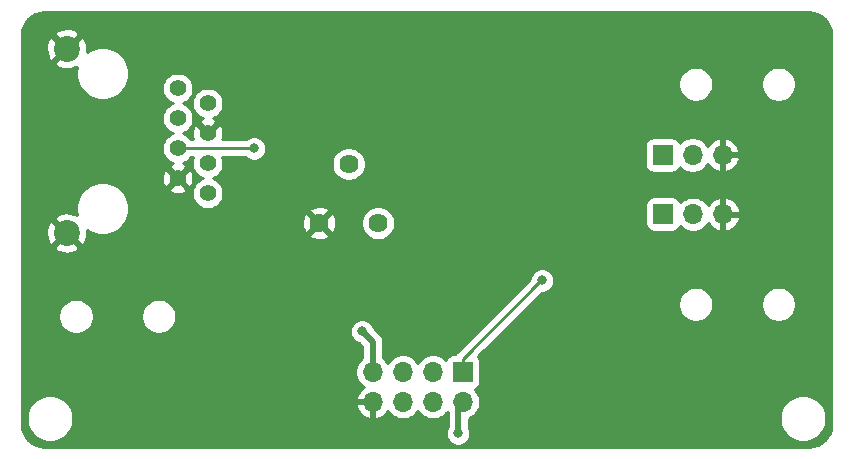
<source format=gbr>
G04 #@! TF.GenerationSoftware,KiCad,Pcbnew,5.1.5-52549c5~86~ubuntu18.04.1*
G04 #@! TF.CreationDate,2020-05-17T18:14:26-04:00*
G04 #@! TF.ProjectId,ft-891-Audio_Interface,66742d38-3931-42d4-9175-64696f5f496e,rev?*
G04 #@! TF.SameCoordinates,Original*
G04 #@! TF.FileFunction,Copper,L2,Bot*
G04 #@! TF.FilePolarity,Positive*
%FSLAX46Y46*%
G04 Gerber Fmt 4.6, Leading zero omitted, Abs format (unit mm)*
G04 Created by KiCad (PCBNEW 5.1.5-52549c5~86~ubuntu18.04.1) date 2020-05-17 18:14:26*
%MOMM*%
%LPD*%
G04 APERTURE LIST*
%ADD10R,1.700000X1.700000*%
%ADD11O,1.700000X1.700000*%
%ADD12C,2.200000*%
%ADD13C,1.400000*%
%ADD14C,1.620000*%
%ADD15C,0.800000*%
%ADD16C,0.508000*%
%ADD17C,0.254000*%
G04 APERTURE END LIST*
D10*
X149165200Y-101554000D03*
D11*
X151705200Y-101554000D03*
X154245200Y-101554000D03*
D10*
X132219200Y-114920000D03*
D11*
X132219200Y-117460000D03*
X129679200Y-114920000D03*
X129679200Y-117460000D03*
X127139200Y-114920000D03*
X127139200Y-117460000D03*
X124599200Y-114920000D03*
X124599200Y-117460000D03*
D12*
X98669200Y-87551680D03*
X98669200Y-103161680D03*
D13*
X110609200Y-99801680D03*
X108069200Y-98531680D03*
X110609200Y-97261680D03*
X108069200Y-95991680D03*
X110609200Y-94721680D03*
X108069200Y-93451680D03*
X108069200Y-90911680D03*
X110609200Y-92181680D03*
D14*
X120045200Y-102324000D03*
X122545200Y-97324000D03*
X125045200Y-102324000D03*
D10*
X149125200Y-96554000D03*
D11*
X151665200Y-96554000D03*
X154205200Y-96554000D03*
D15*
X123682760Y-111485680D03*
X161782760Y-89641680D03*
X157972760Y-105643680D03*
X100314760Y-114787680D03*
X113522760Y-118089680D03*
X121142760Y-112247680D03*
X138922760Y-107167680D03*
X114538760Y-95991680D03*
X131810760Y-120121680D03*
D16*
X124599200Y-114920000D02*
X124599200Y-112402120D01*
X124599200Y-112402120D02*
X123682760Y-111485680D01*
D17*
X138867520Y-107167680D02*
X138922760Y-107167680D01*
X132219200Y-114920000D02*
X132219200Y-113816000D01*
X132219200Y-113816000D02*
X138867520Y-107167680D01*
X108069200Y-95991680D02*
X114538760Y-95991680D01*
D16*
X131810760Y-117868440D02*
X132219200Y-117460000D01*
X131810760Y-120121680D02*
X131810760Y-117868440D01*
D17*
G36*
X161893305Y-84498589D02*
G01*
X162243968Y-84604460D01*
X162567385Y-84776424D01*
X162851244Y-85007934D01*
X163084725Y-85290166D01*
X163258943Y-85612375D01*
X163367262Y-85962294D01*
X163408761Y-86357132D01*
X163408760Y-119327401D01*
X163369851Y-119724225D01*
X163263980Y-120074886D01*
X163092017Y-120398303D01*
X162860508Y-120682162D01*
X162578274Y-120915645D01*
X162256064Y-121089864D01*
X161906145Y-121198182D01*
X161511317Y-121239680D01*
X96791039Y-121239680D01*
X96394215Y-121200771D01*
X96043554Y-121094900D01*
X95720137Y-120922937D01*
X95436278Y-120691428D01*
X95202795Y-120409194D01*
X95028576Y-120086984D01*
X94920258Y-119737065D01*
X94878760Y-119342237D01*
X94878760Y-118656175D01*
X95281760Y-118656175D01*
X95281760Y-119047185D01*
X95358042Y-119430683D01*
X95507675Y-119791930D01*
X95724909Y-120117044D01*
X96001396Y-120393531D01*
X96326510Y-120610765D01*
X96687757Y-120760398D01*
X97071255Y-120836680D01*
X97462265Y-120836680D01*
X97845763Y-120760398D01*
X98207010Y-120610765D01*
X98532124Y-120393531D01*
X98808611Y-120117044D01*
X99025845Y-119791930D01*
X99175478Y-119430683D01*
X99251760Y-119047185D01*
X99251760Y-118656175D01*
X99175478Y-118272677D01*
X99025845Y-117911430D01*
X98962677Y-117816891D01*
X123157719Y-117816891D01*
X123255043Y-118091252D01*
X123404022Y-118341355D01*
X123598931Y-118557588D01*
X123832280Y-118731641D01*
X124095101Y-118856825D01*
X124242310Y-118901476D01*
X124472200Y-118780155D01*
X124472200Y-117587000D01*
X123278386Y-117587000D01*
X123157719Y-117816891D01*
X98962677Y-117816891D01*
X98808611Y-117586316D01*
X98532124Y-117309829D01*
X98207010Y-117092595D01*
X97845763Y-116942962D01*
X97462265Y-116866680D01*
X97071255Y-116866680D01*
X96687757Y-116942962D01*
X96326510Y-117092595D01*
X96001396Y-117309829D01*
X95724909Y-117586316D01*
X95507675Y-117911430D01*
X95358042Y-118272677D01*
X95281760Y-118656175D01*
X94878760Y-118656175D01*
X94878760Y-110069420D01*
X97984200Y-110069420D01*
X97984200Y-110361940D01*
X98041268Y-110648838D01*
X98153210Y-110919091D01*
X98315725Y-111162312D01*
X98522568Y-111369155D01*
X98765789Y-111531670D01*
X99036042Y-111643612D01*
X99322940Y-111700680D01*
X99615460Y-111700680D01*
X99902358Y-111643612D01*
X100172611Y-111531670D01*
X100415832Y-111369155D01*
X100622675Y-111162312D01*
X100785190Y-110919091D01*
X100897132Y-110648838D01*
X100954200Y-110361940D01*
X100954200Y-110069420D01*
X104984200Y-110069420D01*
X104984200Y-110361940D01*
X105041268Y-110648838D01*
X105153210Y-110919091D01*
X105315725Y-111162312D01*
X105522568Y-111369155D01*
X105765789Y-111531670D01*
X106036042Y-111643612D01*
X106322940Y-111700680D01*
X106615460Y-111700680D01*
X106902358Y-111643612D01*
X107172611Y-111531670D01*
X107394002Y-111383741D01*
X122647760Y-111383741D01*
X122647760Y-111587619D01*
X122687534Y-111787578D01*
X122765555Y-111975936D01*
X122878823Y-112145454D01*
X123022986Y-112289617D01*
X123192504Y-112402885D01*
X123380862Y-112480906D01*
X123430655Y-112490810D01*
X123710201Y-112770357D01*
X123710200Y-113728016D01*
X123652568Y-113766525D01*
X123445725Y-113973368D01*
X123283210Y-114216589D01*
X123171268Y-114486842D01*
X123114200Y-114773740D01*
X123114200Y-115066260D01*
X123171268Y-115353158D01*
X123283210Y-115623411D01*
X123445725Y-115866632D01*
X123652568Y-116073475D01*
X123828606Y-116191100D01*
X123598931Y-116362412D01*
X123404022Y-116578645D01*
X123255043Y-116828748D01*
X123157719Y-117103109D01*
X123278386Y-117333000D01*
X124472200Y-117333000D01*
X124472200Y-117313000D01*
X124726200Y-117313000D01*
X124726200Y-117333000D01*
X124746200Y-117333000D01*
X124746200Y-117587000D01*
X124726200Y-117587000D01*
X124726200Y-118780155D01*
X124956090Y-118901476D01*
X125103299Y-118856825D01*
X125366120Y-118731641D01*
X125599469Y-118557588D01*
X125794378Y-118341355D01*
X125864005Y-118224466D01*
X125985725Y-118406632D01*
X126192568Y-118613475D01*
X126435789Y-118775990D01*
X126706042Y-118887932D01*
X126992940Y-118945000D01*
X127285460Y-118945000D01*
X127572358Y-118887932D01*
X127842611Y-118775990D01*
X128085832Y-118613475D01*
X128292675Y-118406632D01*
X128409200Y-118232240D01*
X128525725Y-118406632D01*
X128732568Y-118613475D01*
X128975789Y-118775990D01*
X129246042Y-118887932D01*
X129532940Y-118945000D01*
X129825460Y-118945000D01*
X130112358Y-118887932D01*
X130382611Y-118775990D01*
X130625832Y-118613475D01*
X130832675Y-118406632D01*
X130921761Y-118273306D01*
X130921760Y-119589212D01*
X130893555Y-119631424D01*
X130815534Y-119819782D01*
X130775760Y-120019741D01*
X130775760Y-120223619D01*
X130815534Y-120423578D01*
X130893555Y-120611936D01*
X131006823Y-120781454D01*
X131150986Y-120925617D01*
X131320504Y-121038885D01*
X131508862Y-121116906D01*
X131708821Y-121156680D01*
X131912699Y-121156680D01*
X132112658Y-121116906D01*
X132301016Y-121038885D01*
X132470534Y-120925617D01*
X132614697Y-120781454D01*
X132727965Y-120611936D01*
X132805986Y-120423578D01*
X132845760Y-120223619D01*
X132845760Y-120019741D01*
X132805986Y-119819782D01*
X132727965Y-119631424D01*
X132699760Y-119589212D01*
X132699760Y-118868298D01*
X132922611Y-118775990D01*
X133101926Y-118656175D01*
X159035760Y-118656175D01*
X159035760Y-119047185D01*
X159112042Y-119430683D01*
X159261675Y-119791930D01*
X159478909Y-120117044D01*
X159755396Y-120393531D01*
X160080510Y-120610765D01*
X160441757Y-120760398D01*
X160825255Y-120836680D01*
X161216265Y-120836680D01*
X161599763Y-120760398D01*
X161961010Y-120610765D01*
X162286124Y-120393531D01*
X162562611Y-120117044D01*
X162779845Y-119791930D01*
X162929478Y-119430683D01*
X163005760Y-119047185D01*
X163005760Y-118656175D01*
X162929478Y-118272677D01*
X162779845Y-117911430D01*
X162562611Y-117586316D01*
X162286124Y-117309829D01*
X161961010Y-117092595D01*
X161599763Y-116942962D01*
X161216265Y-116866680D01*
X160825255Y-116866680D01*
X160441757Y-116942962D01*
X160080510Y-117092595D01*
X159755396Y-117309829D01*
X159478909Y-117586316D01*
X159261675Y-117911430D01*
X159112042Y-118272677D01*
X159035760Y-118656175D01*
X133101926Y-118656175D01*
X133165832Y-118613475D01*
X133372675Y-118406632D01*
X133535190Y-118163411D01*
X133647132Y-117893158D01*
X133704200Y-117606260D01*
X133704200Y-117313740D01*
X133647132Y-117026842D01*
X133535190Y-116756589D01*
X133372675Y-116513368D01*
X133240820Y-116381513D01*
X133313380Y-116359502D01*
X133423694Y-116300537D01*
X133520385Y-116221185D01*
X133599737Y-116124494D01*
X133658702Y-116014180D01*
X133695012Y-115894482D01*
X133707272Y-115770000D01*
X133707272Y-114070000D01*
X133695012Y-113945518D01*
X133658702Y-113825820D01*
X133599737Y-113715506D01*
X133520385Y-113618815D01*
X133505901Y-113606929D01*
X138059410Y-109053420D01*
X150451760Y-109053420D01*
X150451760Y-109345940D01*
X150508828Y-109632838D01*
X150620770Y-109903091D01*
X150783285Y-110146312D01*
X150990128Y-110353155D01*
X151233349Y-110515670D01*
X151503602Y-110627612D01*
X151790500Y-110684680D01*
X152083020Y-110684680D01*
X152369918Y-110627612D01*
X152640171Y-110515670D01*
X152883392Y-110353155D01*
X153090235Y-110146312D01*
X153252750Y-109903091D01*
X153364692Y-109632838D01*
X153421760Y-109345940D01*
X153421760Y-109053420D01*
X157451760Y-109053420D01*
X157451760Y-109345940D01*
X157508828Y-109632838D01*
X157620770Y-109903091D01*
X157783285Y-110146312D01*
X157990128Y-110353155D01*
X158233349Y-110515670D01*
X158503602Y-110627612D01*
X158790500Y-110684680D01*
X159083020Y-110684680D01*
X159369918Y-110627612D01*
X159640171Y-110515670D01*
X159883392Y-110353155D01*
X160090235Y-110146312D01*
X160252750Y-109903091D01*
X160364692Y-109632838D01*
X160421760Y-109345940D01*
X160421760Y-109053420D01*
X160364692Y-108766522D01*
X160252750Y-108496269D01*
X160090235Y-108253048D01*
X159883392Y-108046205D01*
X159640171Y-107883690D01*
X159369918Y-107771748D01*
X159083020Y-107714680D01*
X158790500Y-107714680D01*
X158503602Y-107771748D01*
X158233349Y-107883690D01*
X157990128Y-108046205D01*
X157783285Y-108253048D01*
X157620770Y-108496269D01*
X157508828Y-108766522D01*
X157451760Y-109053420D01*
X153421760Y-109053420D01*
X153364692Y-108766522D01*
X153252750Y-108496269D01*
X153090235Y-108253048D01*
X152883392Y-108046205D01*
X152640171Y-107883690D01*
X152369918Y-107771748D01*
X152083020Y-107714680D01*
X151790500Y-107714680D01*
X151503602Y-107771748D01*
X151233349Y-107883690D01*
X150990128Y-108046205D01*
X150783285Y-108253048D01*
X150620770Y-108496269D01*
X150508828Y-108766522D01*
X150451760Y-109053420D01*
X138059410Y-109053420D01*
X138910151Y-108202680D01*
X139024699Y-108202680D01*
X139224658Y-108162906D01*
X139413016Y-108084885D01*
X139582534Y-107971617D01*
X139726697Y-107827454D01*
X139839965Y-107657936D01*
X139917986Y-107469578D01*
X139957760Y-107269619D01*
X139957760Y-107065741D01*
X139917986Y-106865782D01*
X139839965Y-106677424D01*
X139726697Y-106507906D01*
X139582534Y-106363743D01*
X139413016Y-106250475D01*
X139224658Y-106172454D01*
X139024699Y-106132680D01*
X138820821Y-106132680D01*
X138620862Y-106172454D01*
X138432504Y-106250475D01*
X138262986Y-106363743D01*
X138118823Y-106507906D01*
X138005555Y-106677424D01*
X137927534Y-106865782D01*
X137887760Y-107065741D01*
X137887760Y-107069809D01*
X131706849Y-113250721D01*
X131677779Y-113274578D01*
X131653922Y-113303648D01*
X131653921Y-113303649D01*
X131582555Y-113390608D01*
X131560469Y-113431928D01*
X131369200Y-113431928D01*
X131244718Y-113444188D01*
X131125020Y-113480498D01*
X131014706Y-113539463D01*
X130918015Y-113618815D01*
X130838663Y-113715506D01*
X130779698Y-113825820D01*
X130757687Y-113898380D01*
X130625832Y-113766525D01*
X130382611Y-113604010D01*
X130112358Y-113492068D01*
X129825460Y-113435000D01*
X129532940Y-113435000D01*
X129246042Y-113492068D01*
X128975789Y-113604010D01*
X128732568Y-113766525D01*
X128525725Y-113973368D01*
X128409200Y-114147760D01*
X128292675Y-113973368D01*
X128085832Y-113766525D01*
X127842611Y-113604010D01*
X127572358Y-113492068D01*
X127285460Y-113435000D01*
X126992940Y-113435000D01*
X126706042Y-113492068D01*
X126435789Y-113604010D01*
X126192568Y-113766525D01*
X125985725Y-113973368D01*
X125869200Y-114147760D01*
X125752675Y-113973368D01*
X125545832Y-113766525D01*
X125488200Y-113728017D01*
X125488200Y-112445780D01*
X125492500Y-112402120D01*
X125488200Y-112358460D01*
X125488200Y-112358453D01*
X125475336Y-112227846D01*
X125424503Y-112060269D01*
X125341953Y-111905829D01*
X125230859Y-111770461D01*
X125196941Y-111742625D01*
X124687890Y-111233575D01*
X124677986Y-111183782D01*
X124599965Y-110995424D01*
X124486697Y-110825906D01*
X124342534Y-110681743D01*
X124173016Y-110568475D01*
X123984658Y-110490454D01*
X123784699Y-110450680D01*
X123580821Y-110450680D01*
X123380862Y-110490454D01*
X123192504Y-110568475D01*
X123022986Y-110681743D01*
X122878823Y-110825906D01*
X122765555Y-110995424D01*
X122687534Y-111183782D01*
X122647760Y-111383741D01*
X107394002Y-111383741D01*
X107415832Y-111369155D01*
X107622675Y-111162312D01*
X107785190Y-110919091D01*
X107897132Y-110648838D01*
X107954200Y-110361940D01*
X107954200Y-110069420D01*
X107897132Y-109782522D01*
X107785190Y-109512269D01*
X107622675Y-109269048D01*
X107415832Y-109062205D01*
X107172611Y-108899690D01*
X106902358Y-108787748D01*
X106615460Y-108730680D01*
X106322940Y-108730680D01*
X106036042Y-108787748D01*
X105765789Y-108899690D01*
X105522568Y-109062205D01*
X105315725Y-109269048D01*
X105153210Y-109512269D01*
X105041268Y-109782522D01*
X104984200Y-110069420D01*
X100954200Y-110069420D01*
X100897132Y-109782522D01*
X100785190Y-109512269D01*
X100622675Y-109269048D01*
X100415832Y-109062205D01*
X100172611Y-108899690D01*
X99902358Y-108787748D01*
X99615460Y-108730680D01*
X99322940Y-108730680D01*
X99036042Y-108787748D01*
X98765789Y-108899690D01*
X98522568Y-109062205D01*
X98315725Y-109269048D01*
X98153210Y-109512269D01*
X98041268Y-109782522D01*
X97984200Y-110069420D01*
X94878760Y-110069420D01*
X94878760Y-104368392D01*
X97642093Y-104368392D01*
X97749926Y-104643018D01*
X98056584Y-104793896D01*
X98386785Y-104882049D01*
X98727839Y-104904089D01*
X99066639Y-104859169D01*
X99390166Y-104749016D01*
X99588474Y-104643018D01*
X99696307Y-104368392D01*
X98669200Y-103341285D01*
X97642093Y-104368392D01*
X94878760Y-104368392D01*
X94878760Y-103220319D01*
X96926791Y-103220319D01*
X96971711Y-103559119D01*
X97081864Y-103882646D01*
X97187862Y-104080954D01*
X97462488Y-104188787D01*
X98489595Y-103161680D01*
X97462488Y-102134573D01*
X97187862Y-102242406D01*
X97036984Y-102549064D01*
X96948831Y-102879265D01*
X96926791Y-103220319D01*
X94878760Y-103220319D01*
X94878760Y-101954968D01*
X97642093Y-101954968D01*
X98669200Y-102982075D01*
X98683343Y-102967933D01*
X98862948Y-103147538D01*
X98848805Y-103161680D01*
X99875912Y-104188787D01*
X100150538Y-104080954D01*
X100301416Y-103774296D01*
X100389569Y-103444095D01*
X100411609Y-103103041D01*
X100384407Y-102897878D01*
X100648689Y-103074466D01*
X101059982Y-103244829D01*
X101496609Y-103331680D01*
X101941791Y-103331680D01*
X101981190Y-103323843D01*
X119224962Y-103323843D01*
X119297756Y-103568832D01*
X119554973Y-103690733D01*
X119831029Y-103760110D01*
X120115315Y-103774298D01*
X120396906Y-103732752D01*
X120664983Y-103637068D01*
X120792644Y-103568832D01*
X120865438Y-103323843D01*
X120045200Y-102503605D01*
X119224962Y-103323843D01*
X101981190Y-103323843D01*
X102378418Y-103244829D01*
X102789711Y-103074466D01*
X103159866Y-102827136D01*
X103474656Y-102512346D01*
X103553655Y-102394115D01*
X118594902Y-102394115D01*
X118636448Y-102675706D01*
X118732132Y-102943783D01*
X118800368Y-103071444D01*
X119045357Y-103144238D01*
X119865595Y-102324000D01*
X120224805Y-102324000D01*
X121045043Y-103144238D01*
X121290032Y-103071444D01*
X121411933Y-102814227D01*
X121481310Y-102538171D01*
X121495498Y-102253885D01*
X121484845Y-102181680D01*
X123600200Y-102181680D01*
X123600200Y-102466320D01*
X123655730Y-102745491D01*
X123764657Y-103008464D01*
X123922795Y-103245134D01*
X124124066Y-103446405D01*
X124360736Y-103604543D01*
X124623709Y-103713470D01*
X124902880Y-103769000D01*
X125187520Y-103769000D01*
X125466691Y-103713470D01*
X125729664Y-103604543D01*
X125966334Y-103446405D01*
X126167605Y-103245134D01*
X126325743Y-103008464D01*
X126434670Y-102745491D01*
X126490200Y-102466320D01*
X126490200Y-102181680D01*
X126434670Y-101902509D01*
X126325743Y-101639536D01*
X126167605Y-101402866D01*
X125966334Y-101201595D01*
X125729664Y-101043457D01*
X125466691Y-100934530D01*
X125187520Y-100879000D01*
X124902880Y-100879000D01*
X124623709Y-100934530D01*
X124360736Y-101043457D01*
X124124066Y-101201595D01*
X123922795Y-101402866D01*
X123764657Y-101639536D01*
X123655730Y-101902509D01*
X123600200Y-102181680D01*
X121484845Y-102181680D01*
X121453952Y-101972294D01*
X121358268Y-101704217D01*
X121290032Y-101576556D01*
X121045043Y-101503762D01*
X120224805Y-102324000D01*
X119865595Y-102324000D01*
X119045357Y-101503762D01*
X118800368Y-101576556D01*
X118678467Y-101833773D01*
X118609090Y-102109829D01*
X118594902Y-102394115D01*
X103553655Y-102394115D01*
X103721986Y-102142191D01*
X103892349Y-101730898D01*
X103973255Y-101324157D01*
X119224962Y-101324157D01*
X120045200Y-102144395D01*
X120865438Y-101324157D01*
X120792644Y-101079168D01*
X120535427Y-100957267D01*
X120259371Y-100887890D01*
X119975085Y-100873702D01*
X119693494Y-100915248D01*
X119425417Y-101010932D01*
X119297756Y-101079168D01*
X119224962Y-101324157D01*
X103973255Y-101324157D01*
X103979200Y-101294271D01*
X103979200Y-100849089D01*
X103892349Y-100412462D01*
X103721986Y-100001169D01*
X103474656Y-99631014D01*
X103296591Y-99452949D01*
X107327536Y-99452949D01*
X107386997Y-99686717D01*
X107625442Y-99797614D01*
X107880940Y-99859863D01*
X108143673Y-99871070D01*
X108403544Y-99830805D01*
X108650566Y-99740615D01*
X108751403Y-99686717D01*
X108810864Y-99452949D01*
X108069200Y-98711285D01*
X107327536Y-99452949D01*
X103296591Y-99452949D01*
X103159866Y-99316224D01*
X102789711Y-99068894D01*
X102378418Y-98898531D01*
X101941791Y-98811680D01*
X101496609Y-98811680D01*
X101059982Y-98898531D01*
X100648689Y-99068894D01*
X100278534Y-99316224D01*
X99963744Y-99631014D01*
X99716414Y-100001169D01*
X99546051Y-100412462D01*
X99459200Y-100849089D01*
X99459200Y-101294271D01*
X99530302Y-101651721D01*
X99281816Y-101529464D01*
X98951615Y-101441311D01*
X98610561Y-101419271D01*
X98271761Y-101464191D01*
X97948234Y-101574344D01*
X97749926Y-101680342D01*
X97642093Y-101954968D01*
X94878760Y-101954968D01*
X94878760Y-98606153D01*
X106729810Y-98606153D01*
X106770075Y-98866024D01*
X106860265Y-99113046D01*
X106914163Y-99213883D01*
X107147931Y-99273344D01*
X107889595Y-98531680D01*
X108248805Y-98531680D01*
X108990469Y-99273344D01*
X109224237Y-99213883D01*
X109335134Y-98975438D01*
X109397383Y-98719940D01*
X109408590Y-98457207D01*
X109368325Y-98197336D01*
X109278135Y-97950314D01*
X109224237Y-97849477D01*
X108990469Y-97790016D01*
X108248805Y-98531680D01*
X107889595Y-98531680D01*
X107147931Y-97790016D01*
X106914163Y-97849477D01*
X106803266Y-98087922D01*
X106741017Y-98343420D01*
X106729810Y-98606153D01*
X94878760Y-98606153D01*
X94878760Y-88758392D01*
X97642093Y-88758392D01*
X97749926Y-89033018D01*
X98056584Y-89183896D01*
X98386785Y-89272049D01*
X98727839Y-89294089D01*
X99066639Y-89249169D01*
X99390166Y-89139016D01*
X99529751Y-89064406D01*
X99459200Y-89419089D01*
X99459200Y-89864271D01*
X99546051Y-90300898D01*
X99716414Y-90712191D01*
X99963744Y-91082346D01*
X100278534Y-91397136D01*
X100648689Y-91644466D01*
X101059982Y-91814829D01*
X101496609Y-91901680D01*
X101941791Y-91901680D01*
X102378418Y-91814829D01*
X102789711Y-91644466D01*
X103159866Y-91397136D01*
X103474656Y-91082346D01*
X103676547Y-90780194D01*
X106734200Y-90780194D01*
X106734200Y-91043166D01*
X106785504Y-91301085D01*
X106886139Y-91544039D01*
X107032238Y-91762693D01*
X107218187Y-91948642D01*
X107436841Y-92094741D01*
X107646730Y-92181680D01*
X107436841Y-92268619D01*
X107218187Y-92414718D01*
X107032238Y-92600667D01*
X106886139Y-92819321D01*
X106785504Y-93062275D01*
X106734200Y-93320194D01*
X106734200Y-93583166D01*
X106785504Y-93841085D01*
X106886139Y-94084039D01*
X107032238Y-94302693D01*
X107218187Y-94488642D01*
X107436841Y-94634741D01*
X107646730Y-94721680D01*
X107436841Y-94808619D01*
X107218187Y-94954718D01*
X107032238Y-95140667D01*
X106886139Y-95359321D01*
X106785504Y-95602275D01*
X106734200Y-95860194D01*
X106734200Y-96123166D01*
X106785504Y-96381085D01*
X106886139Y-96624039D01*
X107032238Y-96842693D01*
X107218187Y-97028642D01*
X107436841Y-97174741D01*
X107650644Y-97263301D01*
X107487834Y-97322745D01*
X107386997Y-97376643D01*
X107327536Y-97610411D01*
X108069200Y-98352075D01*
X108810864Y-97610411D01*
X108751403Y-97376643D01*
X108512958Y-97265746D01*
X108493373Y-97260974D01*
X108701559Y-97174741D01*
X108920213Y-97028642D01*
X109106162Y-96842693D01*
X109165638Y-96753680D01*
X109374628Y-96753680D01*
X109325504Y-96872275D01*
X109274200Y-97130194D01*
X109274200Y-97393166D01*
X109325504Y-97651085D01*
X109426139Y-97894039D01*
X109572238Y-98112693D01*
X109758187Y-98298642D01*
X109976841Y-98444741D01*
X110186730Y-98531680D01*
X109976841Y-98618619D01*
X109758187Y-98764718D01*
X109572238Y-98950667D01*
X109426139Y-99169321D01*
X109325504Y-99412275D01*
X109274200Y-99670194D01*
X109274200Y-99933166D01*
X109325504Y-100191085D01*
X109426139Y-100434039D01*
X109572238Y-100652693D01*
X109758187Y-100838642D01*
X109976841Y-100984741D01*
X110219795Y-101085376D01*
X110477714Y-101136680D01*
X110740686Y-101136680D01*
X110998605Y-101085376D01*
X111241559Y-100984741D01*
X111460213Y-100838642D01*
X111594855Y-100704000D01*
X147677128Y-100704000D01*
X147677128Y-102404000D01*
X147689388Y-102528482D01*
X147725698Y-102648180D01*
X147784663Y-102758494D01*
X147864015Y-102855185D01*
X147960706Y-102934537D01*
X148071020Y-102993502D01*
X148190718Y-103029812D01*
X148315200Y-103042072D01*
X150015200Y-103042072D01*
X150139682Y-103029812D01*
X150259380Y-102993502D01*
X150369694Y-102934537D01*
X150466385Y-102855185D01*
X150545737Y-102758494D01*
X150604702Y-102648180D01*
X150626713Y-102575620D01*
X150758568Y-102707475D01*
X151001789Y-102869990D01*
X151272042Y-102981932D01*
X151558940Y-103039000D01*
X151851460Y-103039000D01*
X152138358Y-102981932D01*
X152408611Y-102869990D01*
X152651832Y-102707475D01*
X152858675Y-102500632D01*
X152980395Y-102318466D01*
X153050022Y-102435355D01*
X153244931Y-102651588D01*
X153478280Y-102825641D01*
X153741101Y-102950825D01*
X153888310Y-102995476D01*
X154118200Y-102874155D01*
X154118200Y-101681000D01*
X154372200Y-101681000D01*
X154372200Y-102874155D01*
X154602090Y-102995476D01*
X154749299Y-102950825D01*
X155012120Y-102825641D01*
X155245469Y-102651588D01*
X155440378Y-102435355D01*
X155589357Y-102185252D01*
X155686681Y-101910891D01*
X155566014Y-101681000D01*
X154372200Y-101681000D01*
X154118200Y-101681000D01*
X154098200Y-101681000D01*
X154098200Y-101427000D01*
X154118200Y-101427000D01*
X154118200Y-100233845D01*
X154372200Y-100233845D01*
X154372200Y-101427000D01*
X155566014Y-101427000D01*
X155686681Y-101197109D01*
X155589357Y-100922748D01*
X155440378Y-100672645D01*
X155245469Y-100456412D01*
X155012120Y-100282359D01*
X154749299Y-100157175D01*
X154602090Y-100112524D01*
X154372200Y-100233845D01*
X154118200Y-100233845D01*
X153888310Y-100112524D01*
X153741101Y-100157175D01*
X153478280Y-100282359D01*
X153244931Y-100456412D01*
X153050022Y-100672645D01*
X152980395Y-100789534D01*
X152858675Y-100607368D01*
X152651832Y-100400525D01*
X152408611Y-100238010D01*
X152138358Y-100126068D01*
X151851460Y-100069000D01*
X151558940Y-100069000D01*
X151272042Y-100126068D01*
X151001789Y-100238010D01*
X150758568Y-100400525D01*
X150626713Y-100532380D01*
X150604702Y-100459820D01*
X150545737Y-100349506D01*
X150466385Y-100252815D01*
X150369694Y-100173463D01*
X150259380Y-100114498D01*
X150139682Y-100078188D01*
X150015200Y-100065928D01*
X148315200Y-100065928D01*
X148190718Y-100078188D01*
X148071020Y-100114498D01*
X147960706Y-100173463D01*
X147864015Y-100252815D01*
X147784663Y-100349506D01*
X147725698Y-100459820D01*
X147689388Y-100579518D01*
X147677128Y-100704000D01*
X111594855Y-100704000D01*
X111646162Y-100652693D01*
X111792261Y-100434039D01*
X111892896Y-100191085D01*
X111944200Y-99933166D01*
X111944200Y-99670194D01*
X111892896Y-99412275D01*
X111792261Y-99169321D01*
X111646162Y-98950667D01*
X111460213Y-98764718D01*
X111241559Y-98618619D01*
X111031670Y-98531680D01*
X111241559Y-98444741D01*
X111460213Y-98298642D01*
X111646162Y-98112693D01*
X111792261Y-97894039D01*
X111892896Y-97651085D01*
X111944200Y-97393166D01*
X111944200Y-97181680D01*
X121100200Y-97181680D01*
X121100200Y-97466320D01*
X121155730Y-97745491D01*
X121264657Y-98008464D01*
X121422795Y-98245134D01*
X121624066Y-98446405D01*
X121860736Y-98604543D01*
X122123709Y-98713470D01*
X122402880Y-98769000D01*
X122687520Y-98769000D01*
X122966691Y-98713470D01*
X123229664Y-98604543D01*
X123466334Y-98446405D01*
X123667605Y-98245134D01*
X123825743Y-98008464D01*
X123934670Y-97745491D01*
X123990200Y-97466320D01*
X123990200Y-97181680D01*
X123934670Y-96902509D01*
X123825743Y-96639536D01*
X123667605Y-96402866D01*
X123466334Y-96201595D01*
X123229664Y-96043457D01*
X122966691Y-95934530D01*
X122687520Y-95879000D01*
X122402880Y-95879000D01*
X122123709Y-95934530D01*
X121860736Y-96043457D01*
X121624066Y-96201595D01*
X121422795Y-96402866D01*
X121264657Y-96639536D01*
X121155730Y-96902509D01*
X121100200Y-97181680D01*
X111944200Y-97181680D01*
X111944200Y-97130194D01*
X111892896Y-96872275D01*
X111843772Y-96753680D01*
X113837049Y-96753680D01*
X113878986Y-96795617D01*
X114048504Y-96908885D01*
X114236862Y-96986906D01*
X114436821Y-97026680D01*
X114640699Y-97026680D01*
X114840658Y-96986906D01*
X115029016Y-96908885D01*
X115198534Y-96795617D01*
X115342697Y-96651454D01*
X115455965Y-96481936D01*
X115533986Y-96293578D01*
X115573760Y-96093619D01*
X115573760Y-95889741D01*
X115536815Y-95704000D01*
X147637128Y-95704000D01*
X147637128Y-97404000D01*
X147649388Y-97528482D01*
X147685698Y-97648180D01*
X147744663Y-97758494D01*
X147824015Y-97855185D01*
X147920706Y-97934537D01*
X148031020Y-97993502D01*
X148150718Y-98029812D01*
X148275200Y-98042072D01*
X149975200Y-98042072D01*
X150099682Y-98029812D01*
X150219380Y-97993502D01*
X150329694Y-97934537D01*
X150426385Y-97855185D01*
X150505737Y-97758494D01*
X150564702Y-97648180D01*
X150586713Y-97575620D01*
X150718568Y-97707475D01*
X150961789Y-97869990D01*
X151232042Y-97981932D01*
X151518940Y-98039000D01*
X151811460Y-98039000D01*
X152098358Y-97981932D01*
X152368611Y-97869990D01*
X152611832Y-97707475D01*
X152818675Y-97500632D01*
X152940395Y-97318466D01*
X153010022Y-97435355D01*
X153204931Y-97651588D01*
X153438280Y-97825641D01*
X153701101Y-97950825D01*
X153848310Y-97995476D01*
X154078200Y-97874155D01*
X154078200Y-96681000D01*
X154332200Y-96681000D01*
X154332200Y-97874155D01*
X154562090Y-97995476D01*
X154709299Y-97950825D01*
X154972120Y-97825641D01*
X155205469Y-97651588D01*
X155400378Y-97435355D01*
X155549357Y-97185252D01*
X155646681Y-96910891D01*
X155526014Y-96681000D01*
X154332200Y-96681000D01*
X154078200Y-96681000D01*
X154058200Y-96681000D01*
X154058200Y-96427000D01*
X154078200Y-96427000D01*
X154078200Y-95233845D01*
X154332200Y-95233845D01*
X154332200Y-96427000D01*
X155526014Y-96427000D01*
X155646681Y-96197109D01*
X155549357Y-95922748D01*
X155400378Y-95672645D01*
X155205469Y-95456412D01*
X154972120Y-95282359D01*
X154709299Y-95157175D01*
X154562090Y-95112524D01*
X154332200Y-95233845D01*
X154078200Y-95233845D01*
X153848310Y-95112524D01*
X153701101Y-95157175D01*
X153438280Y-95282359D01*
X153204931Y-95456412D01*
X153010022Y-95672645D01*
X152940395Y-95789534D01*
X152818675Y-95607368D01*
X152611832Y-95400525D01*
X152368611Y-95238010D01*
X152098358Y-95126068D01*
X151811460Y-95069000D01*
X151518940Y-95069000D01*
X151232042Y-95126068D01*
X150961789Y-95238010D01*
X150718568Y-95400525D01*
X150586713Y-95532380D01*
X150564702Y-95459820D01*
X150505737Y-95349506D01*
X150426385Y-95252815D01*
X150329694Y-95173463D01*
X150219380Y-95114498D01*
X150099682Y-95078188D01*
X149975200Y-95065928D01*
X148275200Y-95065928D01*
X148150718Y-95078188D01*
X148031020Y-95114498D01*
X147920706Y-95173463D01*
X147824015Y-95252815D01*
X147744663Y-95349506D01*
X147685698Y-95459820D01*
X147649388Y-95579518D01*
X147637128Y-95704000D01*
X115536815Y-95704000D01*
X115533986Y-95689782D01*
X115455965Y-95501424D01*
X115342697Y-95331906D01*
X115198534Y-95187743D01*
X115029016Y-95074475D01*
X114840658Y-94996454D01*
X114640699Y-94956680D01*
X114436821Y-94956680D01*
X114236862Y-94996454D01*
X114048504Y-95074475D01*
X113878986Y-95187743D01*
X113837049Y-95229680D01*
X111845256Y-95229680D01*
X111875134Y-95165438D01*
X111937383Y-94909940D01*
X111948590Y-94647207D01*
X111908325Y-94387336D01*
X111818135Y-94140314D01*
X111764237Y-94039477D01*
X111530469Y-93980016D01*
X110788805Y-94721680D01*
X110802948Y-94735823D01*
X110623343Y-94915428D01*
X110609200Y-94901285D01*
X110595058Y-94915428D01*
X110415453Y-94735823D01*
X110429595Y-94721680D01*
X109687931Y-93980016D01*
X109454163Y-94039477D01*
X109343266Y-94277922D01*
X109281017Y-94533420D01*
X109269810Y-94796153D01*
X109310075Y-95056024D01*
X109373478Y-95229680D01*
X109165638Y-95229680D01*
X109106162Y-95140667D01*
X108920213Y-94954718D01*
X108701559Y-94808619D01*
X108491670Y-94721680D01*
X108701559Y-94634741D01*
X108920213Y-94488642D01*
X109106162Y-94302693D01*
X109252261Y-94084039D01*
X109352896Y-93841085D01*
X109404200Y-93583166D01*
X109404200Y-93320194D01*
X109352896Y-93062275D01*
X109252261Y-92819321D01*
X109106162Y-92600667D01*
X108920213Y-92414718D01*
X108701559Y-92268619D01*
X108491670Y-92181680D01*
X108701559Y-92094741D01*
X108768228Y-92050194D01*
X109274200Y-92050194D01*
X109274200Y-92313166D01*
X109325504Y-92571085D01*
X109426139Y-92814039D01*
X109572238Y-93032693D01*
X109758187Y-93218642D01*
X109976841Y-93364741D01*
X110190644Y-93453301D01*
X110027834Y-93512745D01*
X109926997Y-93566643D01*
X109867536Y-93800411D01*
X110609200Y-94542075D01*
X111350864Y-93800411D01*
X111291403Y-93566643D01*
X111052958Y-93455746D01*
X111033373Y-93450974D01*
X111241559Y-93364741D01*
X111460213Y-93218642D01*
X111646162Y-93032693D01*
X111792261Y-92814039D01*
X111892896Y-92571085D01*
X111944200Y-92313166D01*
X111944200Y-92050194D01*
X111892896Y-91792275D01*
X111792261Y-91549321D01*
X111646162Y-91330667D01*
X111460213Y-91144718D01*
X111241559Y-90998619D01*
X110998605Y-90897984D01*
X110740686Y-90846680D01*
X110477714Y-90846680D01*
X110219795Y-90897984D01*
X109976841Y-90998619D01*
X109758187Y-91144718D01*
X109572238Y-91330667D01*
X109426139Y-91549321D01*
X109325504Y-91792275D01*
X109274200Y-92050194D01*
X108768228Y-92050194D01*
X108920213Y-91948642D01*
X109106162Y-91762693D01*
X109252261Y-91544039D01*
X109352896Y-91301085D01*
X109404200Y-91043166D01*
X109404200Y-90780194D01*
X109352896Y-90522275D01*
X109305454Y-90407740D01*
X150451760Y-90407740D01*
X150451760Y-90700260D01*
X150508828Y-90987158D01*
X150620770Y-91257411D01*
X150783285Y-91500632D01*
X150990128Y-91707475D01*
X151233349Y-91869990D01*
X151503602Y-91981932D01*
X151790500Y-92039000D01*
X152083020Y-92039000D01*
X152369918Y-91981932D01*
X152640171Y-91869990D01*
X152883392Y-91707475D01*
X153090235Y-91500632D01*
X153252750Y-91257411D01*
X153364692Y-90987158D01*
X153421760Y-90700260D01*
X153421760Y-90407740D01*
X157451760Y-90407740D01*
X157451760Y-90700260D01*
X157508828Y-90987158D01*
X157620770Y-91257411D01*
X157783285Y-91500632D01*
X157990128Y-91707475D01*
X158233349Y-91869990D01*
X158503602Y-91981932D01*
X158790500Y-92039000D01*
X159083020Y-92039000D01*
X159369918Y-91981932D01*
X159640171Y-91869990D01*
X159883392Y-91707475D01*
X160090235Y-91500632D01*
X160252750Y-91257411D01*
X160364692Y-90987158D01*
X160421760Y-90700260D01*
X160421760Y-90407740D01*
X160364692Y-90120842D01*
X160252750Y-89850589D01*
X160090235Y-89607368D01*
X159883392Y-89400525D01*
X159640171Y-89238010D01*
X159369918Y-89126068D01*
X159083020Y-89069000D01*
X158790500Y-89069000D01*
X158503602Y-89126068D01*
X158233349Y-89238010D01*
X157990128Y-89400525D01*
X157783285Y-89607368D01*
X157620770Y-89850589D01*
X157508828Y-90120842D01*
X157451760Y-90407740D01*
X153421760Y-90407740D01*
X153364692Y-90120842D01*
X153252750Y-89850589D01*
X153090235Y-89607368D01*
X152883392Y-89400525D01*
X152640171Y-89238010D01*
X152369918Y-89126068D01*
X152083020Y-89069000D01*
X151790500Y-89069000D01*
X151503602Y-89126068D01*
X151233349Y-89238010D01*
X150990128Y-89400525D01*
X150783285Y-89607368D01*
X150620770Y-89850589D01*
X150508828Y-90120842D01*
X150451760Y-90407740D01*
X109305454Y-90407740D01*
X109252261Y-90279321D01*
X109106162Y-90060667D01*
X108920213Y-89874718D01*
X108701559Y-89728619D01*
X108458605Y-89627984D01*
X108200686Y-89576680D01*
X107937714Y-89576680D01*
X107679795Y-89627984D01*
X107436841Y-89728619D01*
X107218187Y-89874718D01*
X107032238Y-90060667D01*
X106886139Y-90279321D01*
X106785504Y-90522275D01*
X106734200Y-90780194D01*
X103676547Y-90780194D01*
X103721986Y-90712191D01*
X103892349Y-90300898D01*
X103979200Y-89864271D01*
X103979200Y-89419089D01*
X103892349Y-88982462D01*
X103721986Y-88571169D01*
X103474656Y-88201014D01*
X103159866Y-87886224D01*
X102789711Y-87638894D01*
X102378418Y-87468531D01*
X101941791Y-87381680D01*
X101496609Y-87381680D01*
X101059982Y-87468531D01*
X100648689Y-87638894D01*
X100391059Y-87811037D01*
X100411609Y-87493041D01*
X100366689Y-87154241D01*
X100256536Y-86830714D01*
X100150538Y-86632406D01*
X99875912Y-86524573D01*
X98848805Y-87551680D01*
X98862948Y-87565823D01*
X98683343Y-87745428D01*
X98669200Y-87731285D01*
X97642093Y-88758392D01*
X94878760Y-88758392D01*
X94878760Y-87610319D01*
X96926791Y-87610319D01*
X96971711Y-87949119D01*
X97081864Y-88272646D01*
X97187862Y-88470954D01*
X97462488Y-88578787D01*
X98489595Y-87551680D01*
X97462488Y-86524573D01*
X97187862Y-86632406D01*
X97036984Y-86939064D01*
X96948831Y-87269265D01*
X96926791Y-87610319D01*
X94878760Y-87610319D01*
X94878760Y-86371959D01*
X94881406Y-86344968D01*
X97642093Y-86344968D01*
X98669200Y-87372075D01*
X99696307Y-86344968D01*
X99588474Y-86070342D01*
X99281816Y-85919464D01*
X98951615Y-85831311D01*
X98610561Y-85809271D01*
X98271761Y-85854191D01*
X97948234Y-85964344D01*
X97749926Y-86070342D01*
X97642093Y-86344968D01*
X94881406Y-86344968D01*
X94917669Y-85975135D01*
X95023540Y-85624472D01*
X95195504Y-85301055D01*
X95427014Y-85017196D01*
X95709246Y-84783715D01*
X96031455Y-84609497D01*
X96381374Y-84501178D01*
X96776203Y-84459680D01*
X161496481Y-84459680D01*
X161893305Y-84498589D01*
G37*
X161893305Y-84498589D02*
X162243968Y-84604460D01*
X162567385Y-84776424D01*
X162851244Y-85007934D01*
X163084725Y-85290166D01*
X163258943Y-85612375D01*
X163367262Y-85962294D01*
X163408761Y-86357132D01*
X163408760Y-119327401D01*
X163369851Y-119724225D01*
X163263980Y-120074886D01*
X163092017Y-120398303D01*
X162860508Y-120682162D01*
X162578274Y-120915645D01*
X162256064Y-121089864D01*
X161906145Y-121198182D01*
X161511317Y-121239680D01*
X96791039Y-121239680D01*
X96394215Y-121200771D01*
X96043554Y-121094900D01*
X95720137Y-120922937D01*
X95436278Y-120691428D01*
X95202795Y-120409194D01*
X95028576Y-120086984D01*
X94920258Y-119737065D01*
X94878760Y-119342237D01*
X94878760Y-118656175D01*
X95281760Y-118656175D01*
X95281760Y-119047185D01*
X95358042Y-119430683D01*
X95507675Y-119791930D01*
X95724909Y-120117044D01*
X96001396Y-120393531D01*
X96326510Y-120610765D01*
X96687757Y-120760398D01*
X97071255Y-120836680D01*
X97462265Y-120836680D01*
X97845763Y-120760398D01*
X98207010Y-120610765D01*
X98532124Y-120393531D01*
X98808611Y-120117044D01*
X99025845Y-119791930D01*
X99175478Y-119430683D01*
X99251760Y-119047185D01*
X99251760Y-118656175D01*
X99175478Y-118272677D01*
X99025845Y-117911430D01*
X98962677Y-117816891D01*
X123157719Y-117816891D01*
X123255043Y-118091252D01*
X123404022Y-118341355D01*
X123598931Y-118557588D01*
X123832280Y-118731641D01*
X124095101Y-118856825D01*
X124242310Y-118901476D01*
X124472200Y-118780155D01*
X124472200Y-117587000D01*
X123278386Y-117587000D01*
X123157719Y-117816891D01*
X98962677Y-117816891D01*
X98808611Y-117586316D01*
X98532124Y-117309829D01*
X98207010Y-117092595D01*
X97845763Y-116942962D01*
X97462265Y-116866680D01*
X97071255Y-116866680D01*
X96687757Y-116942962D01*
X96326510Y-117092595D01*
X96001396Y-117309829D01*
X95724909Y-117586316D01*
X95507675Y-117911430D01*
X95358042Y-118272677D01*
X95281760Y-118656175D01*
X94878760Y-118656175D01*
X94878760Y-110069420D01*
X97984200Y-110069420D01*
X97984200Y-110361940D01*
X98041268Y-110648838D01*
X98153210Y-110919091D01*
X98315725Y-111162312D01*
X98522568Y-111369155D01*
X98765789Y-111531670D01*
X99036042Y-111643612D01*
X99322940Y-111700680D01*
X99615460Y-111700680D01*
X99902358Y-111643612D01*
X100172611Y-111531670D01*
X100415832Y-111369155D01*
X100622675Y-111162312D01*
X100785190Y-110919091D01*
X100897132Y-110648838D01*
X100954200Y-110361940D01*
X100954200Y-110069420D01*
X104984200Y-110069420D01*
X104984200Y-110361940D01*
X105041268Y-110648838D01*
X105153210Y-110919091D01*
X105315725Y-111162312D01*
X105522568Y-111369155D01*
X105765789Y-111531670D01*
X106036042Y-111643612D01*
X106322940Y-111700680D01*
X106615460Y-111700680D01*
X106902358Y-111643612D01*
X107172611Y-111531670D01*
X107394002Y-111383741D01*
X122647760Y-111383741D01*
X122647760Y-111587619D01*
X122687534Y-111787578D01*
X122765555Y-111975936D01*
X122878823Y-112145454D01*
X123022986Y-112289617D01*
X123192504Y-112402885D01*
X123380862Y-112480906D01*
X123430655Y-112490810D01*
X123710201Y-112770357D01*
X123710200Y-113728016D01*
X123652568Y-113766525D01*
X123445725Y-113973368D01*
X123283210Y-114216589D01*
X123171268Y-114486842D01*
X123114200Y-114773740D01*
X123114200Y-115066260D01*
X123171268Y-115353158D01*
X123283210Y-115623411D01*
X123445725Y-115866632D01*
X123652568Y-116073475D01*
X123828606Y-116191100D01*
X123598931Y-116362412D01*
X123404022Y-116578645D01*
X123255043Y-116828748D01*
X123157719Y-117103109D01*
X123278386Y-117333000D01*
X124472200Y-117333000D01*
X124472200Y-117313000D01*
X124726200Y-117313000D01*
X124726200Y-117333000D01*
X124746200Y-117333000D01*
X124746200Y-117587000D01*
X124726200Y-117587000D01*
X124726200Y-118780155D01*
X124956090Y-118901476D01*
X125103299Y-118856825D01*
X125366120Y-118731641D01*
X125599469Y-118557588D01*
X125794378Y-118341355D01*
X125864005Y-118224466D01*
X125985725Y-118406632D01*
X126192568Y-118613475D01*
X126435789Y-118775990D01*
X126706042Y-118887932D01*
X126992940Y-118945000D01*
X127285460Y-118945000D01*
X127572358Y-118887932D01*
X127842611Y-118775990D01*
X128085832Y-118613475D01*
X128292675Y-118406632D01*
X128409200Y-118232240D01*
X128525725Y-118406632D01*
X128732568Y-118613475D01*
X128975789Y-118775990D01*
X129246042Y-118887932D01*
X129532940Y-118945000D01*
X129825460Y-118945000D01*
X130112358Y-118887932D01*
X130382611Y-118775990D01*
X130625832Y-118613475D01*
X130832675Y-118406632D01*
X130921761Y-118273306D01*
X130921760Y-119589212D01*
X130893555Y-119631424D01*
X130815534Y-119819782D01*
X130775760Y-120019741D01*
X130775760Y-120223619D01*
X130815534Y-120423578D01*
X130893555Y-120611936D01*
X131006823Y-120781454D01*
X131150986Y-120925617D01*
X131320504Y-121038885D01*
X131508862Y-121116906D01*
X131708821Y-121156680D01*
X131912699Y-121156680D01*
X132112658Y-121116906D01*
X132301016Y-121038885D01*
X132470534Y-120925617D01*
X132614697Y-120781454D01*
X132727965Y-120611936D01*
X132805986Y-120423578D01*
X132845760Y-120223619D01*
X132845760Y-120019741D01*
X132805986Y-119819782D01*
X132727965Y-119631424D01*
X132699760Y-119589212D01*
X132699760Y-118868298D01*
X132922611Y-118775990D01*
X133101926Y-118656175D01*
X159035760Y-118656175D01*
X159035760Y-119047185D01*
X159112042Y-119430683D01*
X159261675Y-119791930D01*
X159478909Y-120117044D01*
X159755396Y-120393531D01*
X160080510Y-120610765D01*
X160441757Y-120760398D01*
X160825255Y-120836680D01*
X161216265Y-120836680D01*
X161599763Y-120760398D01*
X161961010Y-120610765D01*
X162286124Y-120393531D01*
X162562611Y-120117044D01*
X162779845Y-119791930D01*
X162929478Y-119430683D01*
X163005760Y-119047185D01*
X163005760Y-118656175D01*
X162929478Y-118272677D01*
X162779845Y-117911430D01*
X162562611Y-117586316D01*
X162286124Y-117309829D01*
X161961010Y-117092595D01*
X161599763Y-116942962D01*
X161216265Y-116866680D01*
X160825255Y-116866680D01*
X160441757Y-116942962D01*
X160080510Y-117092595D01*
X159755396Y-117309829D01*
X159478909Y-117586316D01*
X159261675Y-117911430D01*
X159112042Y-118272677D01*
X159035760Y-118656175D01*
X133101926Y-118656175D01*
X133165832Y-118613475D01*
X133372675Y-118406632D01*
X133535190Y-118163411D01*
X133647132Y-117893158D01*
X133704200Y-117606260D01*
X133704200Y-117313740D01*
X133647132Y-117026842D01*
X133535190Y-116756589D01*
X133372675Y-116513368D01*
X133240820Y-116381513D01*
X133313380Y-116359502D01*
X133423694Y-116300537D01*
X133520385Y-116221185D01*
X133599737Y-116124494D01*
X133658702Y-116014180D01*
X133695012Y-115894482D01*
X133707272Y-115770000D01*
X133707272Y-114070000D01*
X133695012Y-113945518D01*
X133658702Y-113825820D01*
X133599737Y-113715506D01*
X133520385Y-113618815D01*
X133505901Y-113606929D01*
X138059410Y-109053420D01*
X150451760Y-109053420D01*
X150451760Y-109345940D01*
X150508828Y-109632838D01*
X150620770Y-109903091D01*
X150783285Y-110146312D01*
X150990128Y-110353155D01*
X151233349Y-110515670D01*
X151503602Y-110627612D01*
X151790500Y-110684680D01*
X152083020Y-110684680D01*
X152369918Y-110627612D01*
X152640171Y-110515670D01*
X152883392Y-110353155D01*
X153090235Y-110146312D01*
X153252750Y-109903091D01*
X153364692Y-109632838D01*
X153421760Y-109345940D01*
X153421760Y-109053420D01*
X157451760Y-109053420D01*
X157451760Y-109345940D01*
X157508828Y-109632838D01*
X157620770Y-109903091D01*
X157783285Y-110146312D01*
X157990128Y-110353155D01*
X158233349Y-110515670D01*
X158503602Y-110627612D01*
X158790500Y-110684680D01*
X159083020Y-110684680D01*
X159369918Y-110627612D01*
X159640171Y-110515670D01*
X159883392Y-110353155D01*
X160090235Y-110146312D01*
X160252750Y-109903091D01*
X160364692Y-109632838D01*
X160421760Y-109345940D01*
X160421760Y-109053420D01*
X160364692Y-108766522D01*
X160252750Y-108496269D01*
X160090235Y-108253048D01*
X159883392Y-108046205D01*
X159640171Y-107883690D01*
X159369918Y-107771748D01*
X159083020Y-107714680D01*
X158790500Y-107714680D01*
X158503602Y-107771748D01*
X158233349Y-107883690D01*
X157990128Y-108046205D01*
X157783285Y-108253048D01*
X157620770Y-108496269D01*
X157508828Y-108766522D01*
X157451760Y-109053420D01*
X153421760Y-109053420D01*
X153364692Y-108766522D01*
X153252750Y-108496269D01*
X153090235Y-108253048D01*
X152883392Y-108046205D01*
X152640171Y-107883690D01*
X152369918Y-107771748D01*
X152083020Y-107714680D01*
X151790500Y-107714680D01*
X151503602Y-107771748D01*
X151233349Y-107883690D01*
X150990128Y-108046205D01*
X150783285Y-108253048D01*
X150620770Y-108496269D01*
X150508828Y-108766522D01*
X150451760Y-109053420D01*
X138059410Y-109053420D01*
X138910151Y-108202680D01*
X139024699Y-108202680D01*
X139224658Y-108162906D01*
X139413016Y-108084885D01*
X139582534Y-107971617D01*
X139726697Y-107827454D01*
X139839965Y-107657936D01*
X139917986Y-107469578D01*
X139957760Y-107269619D01*
X139957760Y-107065741D01*
X139917986Y-106865782D01*
X139839965Y-106677424D01*
X139726697Y-106507906D01*
X139582534Y-106363743D01*
X139413016Y-106250475D01*
X139224658Y-106172454D01*
X139024699Y-106132680D01*
X138820821Y-106132680D01*
X138620862Y-106172454D01*
X138432504Y-106250475D01*
X138262986Y-106363743D01*
X138118823Y-106507906D01*
X138005555Y-106677424D01*
X137927534Y-106865782D01*
X137887760Y-107065741D01*
X137887760Y-107069809D01*
X131706849Y-113250721D01*
X131677779Y-113274578D01*
X131653922Y-113303648D01*
X131653921Y-113303649D01*
X131582555Y-113390608D01*
X131560469Y-113431928D01*
X131369200Y-113431928D01*
X131244718Y-113444188D01*
X131125020Y-113480498D01*
X131014706Y-113539463D01*
X130918015Y-113618815D01*
X130838663Y-113715506D01*
X130779698Y-113825820D01*
X130757687Y-113898380D01*
X130625832Y-113766525D01*
X130382611Y-113604010D01*
X130112358Y-113492068D01*
X129825460Y-113435000D01*
X129532940Y-113435000D01*
X129246042Y-113492068D01*
X128975789Y-113604010D01*
X128732568Y-113766525D01*
X128525725Y-113973368D01*
X128409200Y-114147760D01*
X128292675Y-113973368D01*
X128085832Y-113766525D01*
X127842611Y-113604010D01*
X127572358Y-113492068D01*
X127285460Y-113435000D01*
X126992940Y-113435000D01*
X126706042Y-113492068D01*
X126435789Y-113604010D01*
X126192568Y-113766525D01*
X125985725Y-113973368D01*
X125869200Y-114147760D01*
X125752675Y-113973368D01*
X125545832Y-113766525D01*
X125488200Y-113728017D01*
X125488200Y-112445780D01*
X125492500Y-112402120D01*
X125488200Y-112358460D01*
X125488200Y-112358453D01*
X125475336Y-112227846D01*
X125424503Y-112060269D01*
X125341953Y-111905829D01*
X125230859Y-111770461D01*
X125196941Y-111742625D01*
X124687890Y-111233575D01*
X124677986Y-111183782D01*
X124599965Y-110995424D01*
X124486697Y-110825906D01*
X124342534Y-110681743D01*
X124173016Y-110568475D01*
X123984658Y-110490454D01*
X123784699Y-110450680D01*
X123580821Y-110450680D01*
X123380862Y-110490454D01*
X123192504Y-110568475D01*
X123022986Y-110681743D01*
X122878823Y-110825906D01*
X122765555Y-110995424D01*
X122687534Y-111183782D01*
X122647760Y-111383741D01*
X107394002Y-111383741D01*
X107415832Y-111369155D01*
X107622675Y-111162312D01*
X107785190Y-110919091D01*
X107897132Y-110648838D01*
X107954200Y-110361940D01*
X107954200Y-110069420D01*
X107897132Y-109782522D01*
X107785190Y-109512269D01*
X107622675Y-109269048D01*
X107415832Y-109062205D01*
X107172611Y-108899690D01*
X106902358Y-108787748D01*
X106615460Y-108730680D01*
X106322940Y-108730680D01*
X106036042Y-108787748D01*
X105765789Y-108899690D01*
X105522568Y-109062205D01*
X105315725Y-109269048D01*
X105153210Y-109512269D01*
X105041268Y-109782522D01*
X104984200Y-110069420D01*
X100954200Y-110069420D01*
X100897132Y-109782522D01*
X100785190Y-109512269D01*
X100622675Y-109269048D01*
X100415832Y-109062205D01*
X100172611Y-108899690D01*
X99902358Y-108787748D01*
X99615460Y-108730680D01*
X99322940Y-108730680D01*
X99036042Y-108787748D01*
X98765789Y-108899690D01*
X98522568Y-109062205D01*
X98315725Y-109269048D01*
X98153210Y-109512269D01*
X98041268Y-109782522D01*
X97984200Y-110069420D01*
X94878760Y-110069420D01*
X94878760Y-104368392D01*
X97642093Y-104368392D01*
X97749926Y-104643018D01*
X98056584Y-104793896D01*
X98386785Y-104882049D01*
X98727839Y-104904089D01*
X99066639Y-104859169D01*
X99390166Y-104749016D01*
X99588474Y-104643018D01*
X99696307Y-104368392D01*
X98669200Y-103341285D01*
X97642093Y-104368392D01*
X94878760Y-104368392D01*
X94878760Y-103220319D01*
X96926791Y-103220319D01*
X96971711Y-103559119D01*
X97081864Y-103882646D01*
X97187862Y-104080954D01*
X97462488Y-104188787D01*
X98489595Y-103161680D01*
X97462488Y-102134573D01*
X97187862Y-102242406D01*
X97036984Y-102549064D01*
X96948831Y-102879265D01*
X96926791Y-103220319D01*
X94878760Y-103220319D01*
X94878760Y-101954968D01*
X97642093Y-101954968D01*
X98669200Y-102982075D01*
X98683343Y-102967933D01*
X98862948Y-103147538D01*
X98848805Y-103161680D01*
X99875912Y-104188787D01*
X100150538Y-104080954D01*
X100301416Y-103774296D01*
X100389569Y-103444095D01*
X100411609Y-103103041D01*
X100384407Y-102897878D01*
X100648689Y-103074466D01*
X101059982Y-103244829D01*
X101496609Y-103331680D01*
X101941791Y-103331680D01*
X101981190Y-103323843D01*
X119224962Y-103323843D01*
X119297756Y-103568832D01*
X119554973Y-103690733D01*
X119831029Y-103760110D01*
X120115315Y-103774298D01*
X120396906Y-103732752D01*
X120664983Y-103637068D01*
X120792644Y-103568832D01*
X120865438Y-103323843D01*
X120045200Y-102503605D01*
X119224962Y-103323843D01*
X101981190Y-103323843D01*
X102378418Y-103244829D01*
X102789711Y-103074466D01*
X103159866Y-102827136D01*
X103474656Y-102512346D01*
X103553655Y-102394115D01*
X118594902Y-102394115D01*
X118636448Y-102675706D01*
X118732132Y-102943783D01*
X118800368Y-103071444D01*
X119045357Y-103144238D01*
X119865595Y-102324000D01*
X120224805Y-102324000D01*
X121045043Y-103144238D01*
X121290032Y-103071444D01*
X121411933Y-102814227D01*
X121481310Y-102538171D01*
X121495498Y-102253885D01*
X121484845Y-102181680D01*
X123600200Y-102181680D01*
X123600200Y-102466320D01*
X123655730Y-102745491D01*
X123764657Y-103008464D01*
X123922795Y-103245134D01*
X124124066Y-103446405D01*
X124360736Y-103604543D01*
X124623709Y-103713470D01*
X124902880Y-103769000D01*
X125187520Y-103769000D01*
X125466691Y-103713470D01*
X125729664Y-103604543D01*
X125966334Y-103446405D01*
X126167605Y-103245134D01*
X126325743Y-103008464D01*
X126434670Y-102745491D01*
X126490200Y-102466320D01*
X126490200Y-102181680D01*
X126434670Y-101902509D01*
X126325743Y-101639536D01*
X126167605Y-101402866D01*
X125966334Y-101201595D01*
X125729664Y-101043457D01*
X125466691Y-100934530D01*
X125187520Y-100879000D01*
X124902880Y-100879000D01*
X124623709Y-100934530D01*
X124360736Y-101043457D01*
X124124066Y-101201595D01*
X123922795Y-101402866D01*
X123764657Y-101639536D01*
X123655730Y-101902509D01*
X123600200Y-102181680D01*
X121484845Y-102181680D01*
X121453952Y-101972294D01*
X121358268Y-101704217D01*
X121290032Y-101576556D01*
X121045043Y-101503762D01*
X120224805Y-102324000D01*
X119865595Y-102324000D01*
X119045357Y-101503762D01*
X118800368Y-101576556D01*
X118678467Y-101833773D01*
X118609090Y-102109829D01*
X118594902Y-102394115D01*
X103553655Y-102394115D01*
X103721986Y-102142191D01*
X103892349Y-101730898D01*
X103973255Y-101324157D01*
X119224962Y-101324157D01*
X120045200Y-102144395D01*
X120865438Y-101324157D01*
X120792644Y-101079168D01*
X120535427Y-100957267D01*
X120259371Y-100887890D01*
X119975085Y-100873702D01*
X119693494Y-100915248D01*
X119425417Y-101010932D01*
X119297756Y-101079168D01*
X119224962Y-101324157D01*
X103973255Y-101324157D01*
X103979200Y-101294271D01*
X103979200Y-100849089D01*
X103892349Y-100412462D01*
X103721986Y-100001169D01*
X103474656Y-99631014D01*
X103296591Y-99452949D01*
X107327536Y-99452949D01*
X107386997Y-99686717D01*
X107625442Y-99797614D01*
X107880940Y-99859863D01*
X108143673Y-99871070D01*
X108403544Y-99830805D01*
X108650566Y-99740615D01*
X108751403Y-99686717D01*
X108810864Y-99452949D01*
X108069200Y-98711285D01*
X107327536Y-99452949D01*
X103296591Y-99452949D01*
X103159866Y-99316224D01*
X102789711Y-99068894D01*
X102378418Y-98898531D01*
X101941791Y-98811680D01*
X101496609Y-98811680D01*
X101059982Y-98898531D01*
X100648689Y-99068894D01*
X100278534Y-99316224D01*
X99963744Y-99631014D01*
X99716414Y-100001169D01*
X99546051Y-100412462D01*
X99459200Y-100849089D01*
X99459200Y-101294271D01*
X99530302Y-101651721D01*
X99281816Y-101529464D01*
X98951615Y-101441311D01*
X98610561Y-101419271D01*
X98271761Y-101464191D01*
X97948234Y-101574344D01*
X97749926Y-101680342D01*
X97642093Y-101954968D01*
X94878760Y-101954968D01*
X94878760Y-98606153D01*
X106729810Y-98606153D01*
X106770075Y-98866024D01*
X106860265Y-99113046D01*
X106914163Y-99213883D01*
X107147931Y-99273344D01*
X107889595Y-98531680D01*
X108248805Y-98531680D01*
X108990469Y-99273344D01*
X109224237Y-99213883D01*
X109335134Y-98975438D01*
X109397383Y-98719940D01*
X109408590Y-98457207D01*
X109368325Y-98197336D01*
X109278135Y-97950314D01*
X109224237Y-97849477D01*
X108990469Y-97790016D01*
X108248805Y-98531680D01*
X107889595Y-98531680D01*
X107147931Y-97790016D01*
X106914163Y-97849477D01*
X106803266Y-98087922D01*
X106741017Y-98343420D01*
X106729810Y-98606153D01*
X94878760Y-98606153D01*
X94878760Y-88758392D01*
X97642093Y-88758392D01*
X97749926Y-89033018D01*
X98056584Y-89183896D01*
X98386785Y-89272049D01*
X98727839Y-89294089D01*
X99066639Y-89249169D01*
X99390166Y-89139016D01*
X99529751Y-89064406D01*
X99459200Y-89419089D01*
X99459200Y-89864271D01*
X99546051Y-90300898D01*
X99716414Y-90712191D01*
X99963744Y-91082346D01*
X100278534Y-91397136D01*
X100648689Y-91644466D01*
X101059982Y-91814829D01*
X101496609Y-91901680D01*
X101941791Y-91901680D01*
X102378418Y-91814829D01*
X102789711Y-91644466D01*
X103159866Y-91397136D01*
X103474656Y-91082346D01*
X103676547Y-90780194D01*
X106734200Y-90780194D01*
X106734200Y-91043166D01*
X106785504Y-91301085D01*
X106886139Y-91544039D01*
X107032238Y-91762693D01*
X107218187Y-91948642D01*
X107436841Y-92094741D01*
X107646730Y-92181680D01*
X107436841Y-92268619D01*
X107218187Y-92414718D01*
X107032238Y-92600667D01*
X106886139Y-92819321D01*
X106785504Y-93062275D01*
X106734200Y-93320194D01*
X106734200Y-93583166D01*
X106785504Y-93841085D01*
X106886139Y-94084039D01*
X107032238Y-94302693D01*
X107218187Y-94488642D01*
X107436841Y-94634741D01*
X107646730Y-94721680D01*
X107436841Y-94808619D01*
X107218187Y-94954718D01*
X107032238Y-95140667D01*
X106886139Y-95359321D01*
X106785504Y-95602275D01*
X106734200Y-95860194D01*
X106734200Y-96123166D01*
X106785504Y-96381085D01*
X106886139Y-96624039D01*
X107032238Y-96842693D01*
X107218187Y-97028642D01*
X107436841Y-97174741D01*
X107650644Y-97263301D01*
X107487834Y-97322745D01*
X107386997Y-97376643D01*
X107327536Y-97610411D01*
X108069200Y-98352075D01*
X108810864Y-97610411D01*
X108751403Y-97376643D01*
X108512958Y-97265746D01*
X108493373Y-97260974D01*
X108701559Y-97174741D01*
X108920213Y-97028642D01*
X109106162Y-96842693D01*
X109165638Y-96753680D01*
X109374628Y-96753680D01*
X109325504Y-96872275D01*
X109274200Y-97130194D01*
X109274200Y-97393166D01*
X109325504Y-97651085D01*
X109426139Y-97894039D01*
X109572238Y-98112693D01*
X109758187Y-98298642D01*
X109976841Y-98444741D01*
X110186730Y-98531680D01*
X109976841Y-98618619D01*
X109758187Y-98764718D01*
X109572238Y-98950667D01*
X109426139Y-99169321D01*
X109325504Y-99412275D01*
X109274200Y-99670194D01*
X109274200Y-99933166D01*
X109325504Y-100191085D01*
X109426139Y-100434039D01*
X109572238Y-100652693D01*
X109758187Y-100838642D01*
X109976841Y-100984741D01*
X110219795Y-101085376D01*
X110477714Y-101136680D01*
X110740686Y-101136680D01*
X110998605Y-101085376D01*
X111241559Y-100984741D01*
X111460213Y-100838642D01*
X111594855Y-100704000D01*
X147677128Y-100704000D01*
X147677128Y-102404000D01*
X147689388Y-102528482D01*
X147725698Y-102648180D01*
X147784663Y-102758494D01*
X147864015Y-102855185D01*
X147960706Y-102934537D01*
X148071020Y-102993502D01*
X148190718Y-103029812D01*
X148315200Y-103042072D01*
X150015200Y-103042072D01*
X150139682Y-103029812D01*
X150259380Y-102993502D01*
X150369694Y-102934537D01*
X150466385Y-102855185D01*
X150545737Y-102758494D01*
X150604702Y-102648180D01*
X150626713Y-102575620D01*
X150758568Y-102707475D01*
X151001789Y-102869990D01*
X151272042Y-102981932D01*
X151558940Y-103039000D01*
X151851460Y-103039000D01*
X152138358Y-102981932D01*
X152408611Y-102869990D01*
X152651832Y-102707475D01*
X152858675Y-102500632D01*
X152980395Y-102318466D01*
X153050022Y-102435355D01*
X153244931Y-102651588D01*
X153478280Y-102825641D01*
X153741101Y-102950825D01*
X153888310Y-102995476D01*
X154118200Y-102874155D01*
X154118200Y-101681000D01*
X154372200Y-101681000D01*
X154372200Y-102874155D01*
X154602090Y-102995476D01*
X154749299Y-102950825D01*
X155012120Y-102825641D01*
X155245469Y-102651588D01*
X155440378Y-102435355D01*
X155589357Y-102185252D01*
X155686681Y-101910891D01*
X155566014Y-101681000D01*
X154372200Y-101681000D01*
X154118200Y-101681000D01*
X154098200Y-101681000D01*
X154098200Y-101427000D01*
X154118200Y-101427000D01*
X154118200Y-100233845D01*
X154372200Y-100233845D01*
X154372200Y-101427000D01*
X155566014Y-101427000D01*
X155686681Y-101197109D01*
X155589357Y-100922748D01*
X155440378Y-100672645D01*
X155245469Y-100456412D01*
X155012120Y-100282359D01*
X154749299Y-100157175D01*
X154602090Y-100112524D01*
X154372200Y-100233845D01*
X154118200Y-100233845D01*
X153888310Y-100112524D01*
X153741101Y-100157175D01*
X153478280Y-100282359D01*
X153244931Y-100456412D01*
X153050022Y-100672645D01*
X152980395Y-100789534D01*
X152858675Y-100607368D01*
X152651832Y-100400525D01*
X152408611Y-100238010D01*
X152138358Y-100126068D01*
X151851460Y-100069000D01*
X151558940Y-100069000D01*
X151272042Y-100126068D01*
X151001789Y-100238010D01*
X150758568Y-100400525D01*
X150626713Y-100532380D01*
X150604702Y-100459820D01*
X150545737Y-100349506D01*
X150466385Y-100252815D01*
X150369694Y-100173463D01*
X150259380Y-100114498D01*
X150139682Y-100078188D01*
X150015200Y-100065928D01*
X148315200Y-100065928D01*
X148190718Y-100078188D01*
X148071020Y-100114498D01*
X147960706Y-100173463D01*
X147864015Y-100252815D01*
X147784663Y-100349506D01*
X147725698Y-100459820D01*
X147689388Y-100579518D01*
X147677128Y-100704000D01*
X111594855Y-100704000D01*
X111646162Y-100652693D01*
X111792261Y-100434039D01*
X111892896Y-100191085D01*
X111944200Y-99933166D01*
X111944200Y-99670194D01*
X111892896Y-99412275D01*
X111792261Y-99169321D01*
X111646162Y-98950667D01*
X111460213Y-98764718D01*
X111241559Y-98618619D01*
X111031670Y-98531680D01*
X111241559Y-98444741D01*
X111460213Y-98298642D01*
X111646162Y-98112693D01*
X111792261Y-97894039D01*
X111892896Y-97651085D01*
X111944200Y-97393166D01*
X111944200Y-97181680D01*
X121100200Y-97181680D01*
X121100200Y-97466320D01*
X121155730Y-97745491D01*
X121264657Y-98008464D01*
X121422795Y-98245134D01*
X121624066Y-98446405D01*
X121860736Y-98604543D01*
X122123709Y-98713470D01*
X122402880Y-98769000D01*
X122687520Y-98769000D01*
X122966691Y-98713470D01*
X123229664Y-98604543D01*
X123466334Y-98446405D01*
X123667605Y-98245134D01*
X123825743Y-98008464D01*
X123934670Y-97745491D01*
X123990200Y-97466320D01*
X123990200Y-97181680D01*
X123934670Y-96902509D01*
X123825743Y-96639536D01*
X123667605Y-96402866D01*
X123466334Y-96201595D01*
X123229664Y-96043457D01*
X122966691Y-95934530D01*
X122687520Y-95879000D01*
X122402880Y-95879000D01*
X122123709Y-95934530D01*
X121860736Y-96043457D01*
X121624066Y-96201595D01*
X121422795Y-96402866D01*
X121264657Y-96639536D01*
X121155730Y-96902509D01*
X121100200Y-97181680D01*
X111944200Y-97181680D01*
X111944200Y-97130194D01*
X111892896Y-96872275D01*
X111843772Y-96753680D01*
X113837049Y-96753680D01*
X113878986Y-96795617D01*
X114048504Y-96908885D01*
X114236862Y-96986906D01*
X114436821Y-97026680D01*
X114640699Y-97026680D01*
X114840658Y-96986906D01*
X115029016Y-96908885D01*
X115198534Y-96795617D01*
X115342697Y-96651454D01*
X115455965Y-96481936D01*
X115533986Y-96293578D01*
X115573760Y-96093619D01*
X115573760Y-95889741D01*
X115536815Y-95704000D01*
X147637128Y-95704000D01*
X147637128Y-97404000D01*
X147649388Y-97528482D01*
X147685698Y-97648180D01*
X147744663Y-97758494D01*
X147824015Y-97855185D01*
X147920706Y-97934537D01*
X148031020Y-97993502D01*
X148150718Y-98029812D01*
X148275200Y-98042072D01*
X149975200Y-98042072D01*
X150099682Y-98029812D01*
X150219380Y-97993502D01*
X150329694Y-97934537D01*
X150426385Y-97855185D01*
X150505737Y-97758494D01*
X150564702Y-97648180D01*
X150586713Y-97575620D01*
X150718568Y-97707475D01*
X150961789Y-97869990D01*
X151232042Y-97981932D01*
X151518940Y-98039000D01*
X151811460Y-98039000D01*
X152098358Y-97981932D01*
X152368611Y-97869990D01*
X152611832Y-97707475D01*
X152818675Y-97500632D01*
X152940395Y-97318466D01*
X153010022Y-97435355D01*
X153204931Y-97651588D01*
X153438280Y-97825641D01*
X153701101Y-97950825D01*
X153848310Y-97995476D01*
X154078200Y-97874155D01*
X154078200Y-96681000D01*
X154332200Y-96681000D01*
X154332200Y-97874155D01*
X154562090Y-97995476D01*
X154709299Y-97950825D01*
X154972120Y-97825641D01*
X155205469Y-97651588D01*
X155400378Y-97435355D01*
X155549357Y-97185252D01*
X155646681Y-96910891D01*
X155526014Y-96681000D01*
X154332200Y-96681000D01*
X154078200Y-96681000D01*
X154058200Y-96681000D01*
X154058200Y-96427000D01*
X154078200Y-96427000D01*
X154078200Y-95233845D01*
X154332200Y-95233845D01*
X154332200Y-96427000D01*
X155526014Y-96427000D01*
X155646681Y-96197109D01*
X155549357Y-95922748D01*
X155400378Y-95672645D01*
X155205469Y-95456412D01*
X154972120Y-95282359D01*
X154709299Y-95157175D01*
X154562090Y-95112524D01*
X154332200Y-95233845D01*
X154078200Y-95233845D01*
X153848310Y-95112524D01*
X153701101Y-95157175D01*
X153438280Y-95282359D01*
X153204931Y-95456412D01*
X153010022Y-95672645D01*
X152940395Y-95789534D01*
X152818675Y-95607368D01*
X152611832Y-95400525D01*
X152368611Y-95238010D01*
X152098358Y-95126068D01*
X151811460Y-95069000D01*
X151518940Y-95069000D01*
X151232042Y-95126068D01*
X150961789Y-95238010D01*
X150718568Y-95400525D01*
X150586713Y-95532380D01*
X150564702Y-95459820D01*
X150505737Y-95349506D01*
X150426385Y-95252815D01*
X150329694Y-95173463D01*
X150219380Y-95114498D01*
X150099682Y-95078188D01*
X149975200Y-95065928D01*
X148275200Y-95065928D01*
X148150718Y-95078188D01*
X148031020Y-95114498D01*
X147920706Y-95173463D01*
X147824015Y-95252815D01*
X147744663Y-95349506D01*
X147685698Y-95459820D01*
X147649388Y-95579518D01*
X147637128Y-95704000D01*
X115536815Y-95704000D01*
X115533986Y-95689782D01*
X115455965Y-95501424D01*
X115342697Y-95331906D01*
X115198534Y-95187743D01*
X115029016Y-95074475D01*
X114840658Y-94996454D01*
X114640699Y-94956680D01*
X114436821Y-94956680D01*
X114236862Y-94996454D01*
X114048504Y-95074475D01*
X113878986Y-95187743D01*
X113837049Y-95229680D01*
X111845256Y-95229680D01*
X111875134Y-95165438D01*
X111937383Y-94909940D01*
X111948590Y-94647207D01*
X111908325Y-94387336D01*
X111818135Y-94140314D01*
X111764237Y-94039477D01*
X111530469Y-93980016D01*
X110788805Y-94721680D01*
X110802948Y-94735823D01*
X110623343Y-94915428D01*
X110609200Y-94901285D01*
X110595058Y-94915428D01*
X110415453Y-94735823D01*
X110429595Y-94721680D01*
X109687931Y-93980016D01*
X109454163Y-94039477D01*
X109343266Y-94277922D01*
X109281017Y-94533420D01*
X109269810Y-94796153D01*
X109310075Y-95056024D01*
X109373478Y-95229680D01*
X109165638Y-95229680D01*
X109106162Y-95140667D01*
X108920213Y-94954718D01*
X108701559Y-94808619D01*
X108491670Y-94721680D01*
X108701559Y-94634741D01*
X108920213Y-94488642D01*
X109106162Y-94302693D01*
X109252261Y-94084039D01*
X109352896Y-93841085D01*
X109404200Y-93583166D01*
X109404200Y-93320194D01*
X109352896Y-93062275D01*
X109252261Y-92819321D01*
X109106162Y-92600667D01*
X108920213Y-92414718D01*
X108701559Y-92268619D01*
X108491670Y-92181680D01*
X108701559Y-92094741D01*
X108768228Y-92050194D01*
X109274200Y-92050194D01*
X109274200Y-92313166D01*
X109325504Y-92571085D01*
X109426139Y-92814039D01*
X109572238Y-93032693D01*
X109758187Y-93218642D01*
X109976841Y-93364741D01*
X110190644Y-93453301D01*
X110027834Y-93512745D01*
X109926997Y-93566643D01*
X109867536Y-93800411D01*
X110609200Y-94542075D01*
X111350864Y-93800411D01*
X111291403Y-93566643D01*
X111052958Y-93455746D01*
X111033373Y-93450974D01*
X111241559Y-93364741D01*
X111460213Y-93218642D01*
X111646162Y-93032693D01*
X111792261Y-92814039D01*
X111892896Y-92571085D01*
X111944200Y-92313166D01*
X111944200Y-92050194D01*
X111892896Y-91792275D01*
X111792261Y-91549321D01*
X111646162Y-91330667D01*
X111460213Y-91144718D01*
X111241559Y-90998619D01*
X110998605Y-90897984D01*
X110740686Y-90846680D01*
X110477714Y-90846680D01*
X110219795Y-90897984D01*
X109976841Y-90998619D01*
X109758187Y-91144718D01*
X109572238Y-91330667D01*
X109426139Y-91549321D01*
X109325504Y-91792275D01*
X109274200Y-92050194D01*
X108768228Y-92050194D01*
X108920213Y-91948642D01*
X109106162Y-91762693D01*
X109252261Y-91544039D01*
X109352896Y-91301085D01*
X109404200Y-91043166D01*
X109404200Y-90780194D01*
X109352896Y-90522275D01*
X109305454Y-90407740D01*
X150451760Y-90407740D01*
X150451760Y-90700260D01*
X150508828Y-90987158D01*
X150620770Y-91257411D01*
X150783285Y-91500632D01*
X150990128Y-91707475D01*
X151233349Y-91869990D01*
X151503602Y-91981932D01*
X151790500Y-92039000D01*
X152083020Y-92039000D01*
X152369918Y-91981932D01*
X152640171Y-91869990D01*
X152883392Y-91707475D01*
X153090235Y-91500632D01*
X153252750Y-91257411D01*
X153364692Y-90987158D01*
X153421760Y-90700260D01*
X153421760Y-90407740D01*
X157451760Y-90407740D01*
X157451760Y-90700260D01*
X157508828Y-90987158D01*
X157620770Y-91257411D01*
X157783285Y-91500632D01*
X157990128Y-91707475D01*
X158233349Y-91869990D01*
X158503602Y-91981932D01*
X158790500Y-92039000D01*
X159083020Y-92039000D01*
X159369918Y-91981932D01*
X159640171Y-91869990D01*
X159883392Y-91707475D01*
X160090235Y-91500632D01*
X160252750Y-91257411D01*
X160364692Y-90987158D01*
X160421760Y-90700260D01*
X160421760Y-90407740D01*
X160364692Y-90120842D01*
X160252750Y-89850589D01*
X160090235Y-89607368D01*
X159883392Y-89400525D01*
X159640171Y-89238010D01*
X159369918Y-89126068D01*
X159083020Y-89069000D01*
X158790500Y-89069000D01*
X158503602Y-89126068D01*
X158233349Y-89238010D01*
X157990128Y-89400525D01*
X157783285Y-89607368D01*
X157620770Y-89850589D01*
X157508828Y-90120842D01*
X157451760Y-90407740D01*
X153421760Y-90407740D01*
X153364692Y-90120842D01*
X153252750Y-89850589D01*
X153090235Y-89607368D01*
X152883392Y-89400525D01*
X152640171Y-89238010D01*
X152369918Y-89126068D01*
X152083020Y-89069000D01*
X151790500Y-89069000D01*
X151503602Y-89126068D01*
X151233349Y-89238010D01*
X150990128Y-89400525D01*
X150783285Y-89607368D01*
X150620770Y-89850589D01*
X150508828Y-90120842D01*
X150451760Y-90407740D01*
X109305454Y-90407740D01*
X109252261Y-90279321D01*
X109106162Y-90060667D01*
X108920213Y-89874718D01*
X108701559Y-89728619D01*
X108458605Y-89627984D01*
X108200686Y-89576680D01*
X107937714Y-89576680D01*
X107679795Y-89627984D01*
X107436841Y-89728619D01*
X107218187Y-89874718D01*
X107032238Y-90060667D01*
X106886139Y-90279321D01*
X106785504Y-90522275D01*
X106734200Y-90780194D01*
X103676547Y-90780194D01*
X103721986Y-90712191D01*
X103892349Y-90300898D01*
X103979200Y-89864271D01*
X103979200Y-89419089D01*
X103892349Y-88982462D01*
X103721986Y-88571169D01*
X103474656Y-88201014D01*
X103159866Y-87886224D01*
X102789711Y-87638894D01*
X102378418Y-87468531D01*
X101941791Y-87381680D01*
X101496609Y-87381680D01*
X101059982Y-87468531D01*
X100648689Y-87638894D01*
X100391059Y-87811037D01*
X100411609Y-87493041D01*
X100366689Y-87154241D01*
X100256536Y-86830714D01*
X100150538Y-86632406D01*
X99875912Y-86524573D01*
X98848805Y-87551680D01*
X98862948Y-87565823D01*
X98683343Y-87745428D01*
X98669200Y-87731285D01*
X97642093Y-88758392D01*
X94878760Y-88758392D01*
X94878760Y-87610319D01*
X96926791Y-87610319D01*
X96971711Y-87949119D01*
X97081864Y-88272646D01*
X97187862Y-88470954D01*
X97462488Y-88578787D01*
X98489595Y-87551680D01*
X97462488Y-86524573D01*
X97187862Y-86632406D01*
X97036984Y-86939064D01*
X96948831Y-87269265D01*
X96926791Y-87610319D01*
X94878760Y-87610319D01*
X94878760Y-86371959D01*
X94881406Y-86344968D01*
X97642093Y-86344968D01*
X98669200Y-87372075D01*
X99696307Y-86344968D01*
X99588474Y-86070342D01*
X99281816Y-85919464D01*
X98951615Y-85831311D01*
X98610561Y-85809271D01*
X98271761Y-85854191D01*
X97948234Y-85964344D01*
X97749926Y-86070342D01*
X97642093Y-86344968D01*
X94881406Y-86344968D01*
X94917669Y-85975135D01*
X95023540Y-85624472D01*
X95195504Y-85301055D01*
X95427014Y-85017196D01*
X95709246Y-84783715D01*
X96031455Y-84609497D01*
X96381374Y-84501178D01*
X96776203Y-84459680D01*
X161496481Y-84459680D01*
X161893305Y-84498589D01*
M02*

</source>
